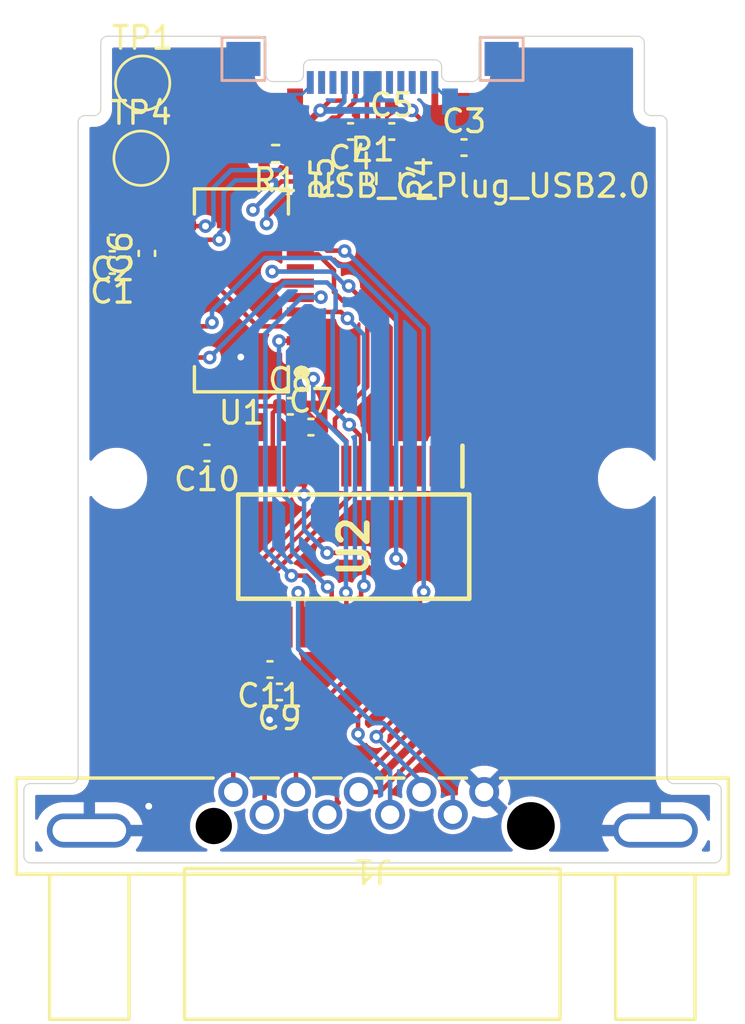
<source format=kicad_pcb>
(kicad_pcb (version 20240108) (generator "pcbnew") (generator_version "8.0")
  (layers (0 "F.Cu" signal) (31 "B.Cu" signal) (34 "B.Paste" user) (35 "F.Paste" user) (36 "B.SilkS" user "B.Silkscreen") (37 "F.SilkS" user "F.Silkscreen") (38 "B.Mask" user) (39 "F.Mask" user) (44 "Edge.Cuts" user))
  (net 0 "")
  (net 1 "Earth")
  (net 2 "VCC")
  (net 3 "/D+")
  (net 4 "/D-")
  (net 5 "3V3OUT")
  (net 6 "Net-(U2-V-)")
  (net 7 "Net-(U2-C1+)")
  (net 8 "Net-(U2-C1-)")
  (net 9 "Net-(U2-C2+)")
  (net 10 "Net-(U2-C2-)")
  (net 11 "SLEEP#")
  (net 12 "USB_~{DSR}")
  (net 13 "CTS")
  (net 14 "USB_~{CTS}")
  (net 15 "USB_~{DTR}")
  (net 16 "DTR")
  (net 17 "USB_~{RI}")
  (net 18 "USB_RXD")
  (net 19 "USB_~{RTS}")
  (net 20 "USB_~{DCD}")
  (net 21 "RTS")
  (net 22 "DSR")
  (net 23 "USB_TXD")
  (net 24 "DCD")
  (net 26 "RXD")
  (net 27 "RI")
  (net 29 "TXD")
  (net 30 "Net-(P1-CC)")
  (footprint "DB9 RS232 Adapter:SOP65P780X200-28N" (layer "F.Cu") (at 231.81 94.72 -90)
    (property "Reference" "U2" (at 0 0 90) (layer "F.SilkS") (effects (font (size 1.27 1.27) (thickness 0.254))))
    (property "Value" "SP213ECA-L_TR" (hide yes))
    (pad "1" smd rect (at -3.55 -4.225) (size 0.45 1.8) (layers "F.Cu" "F.Paste" "F.Mask") (net 21 "RTS"))
    (pad "2" smd rect (at -3.55 -3.575) (size 0.45 1.8) (layers "F.Cu" "F.Paste" "F.Mask") (net 29 "TXD"))
    (pad "3" smd rect (at -3.55 -2.925) (size 0.45 1.8) (layers "F.Cu" "F.Paste" "F.Mask"))
    (pad "4" smd rect (at -3.55 -2.275) (size 0.45 1.8) (layers "F.Cu" "F.Paste" "F.Mask") (net 22 "DSR"))
    (pad "5" smd rect (at -3.55 -1.625) (size 0.45 1.8) (layers "F.Cu" "F.Paste" "F.Mask") (net 12 "USB_~{DSR}"))
    (pad "6" smd rect (at -3.55 -0.975) (size 0.45 1.8) (layers "F.Cu" "F.Paste" "F.Mask"))
    (pad "7" smd rect (at -3.55 -0.325) (size 0.45 1.8) (layers "F.Cu" "F.Paste" "F.Mask") (net 23 "USB_TXD"))
    (pad "8" smd rect (at -3.55 0.325) (size 0.45 1.8) (layers "F.Cu" "F.Paste" "F.Mask") (net 20 "USB_~{DCD}"))
    (pad "9" smd rect (at -3.55 0.975) (size 0.45 1.8) (layers "F.Cu" "F.Paste" "F.Mask") (net 24 "DCD"))
    (pad "10" smd rect (at -3.55 1.625) (size 0.45 1.8) (layers "F.Cu" "F.Paste" "F.Mask") (net 1 "Earth"))
    (pad "11" smd rect (at -3.55 2.275) (size 0.45 1.8) (layers "F.Cu" "F.Paste" "F.Mask") (net 2 "VCC"))
    (pad "12" smd rect (at -3.55 2.925) (size 0.45 1.8) (layers "F.Cu" "F.Paste" "F.Mask") (net 7 "Net-(U2-C1+)"))
    (pad "13" smd rect (at -3.55 3.575) (size 0.45 1.8) (layers "F.Cu" "F.Paste" "F.Mask") (net 2 "VCC"))
    (pad "14" smd rect (at -3.55 4.225) (size 0.45 1.8) (layers "F.Cu" "F.Paste" "F.Mask") (net 8 "Net-(U2-C1-)"))
    (pad "15" smd rect (at 3.55 4.225) (size 0.45 1.8) (layers "F.Cu" "F.Paste" "F.Mask") (net 9 "Net-(U2-C2+)"))
    (pad "16" smd rect (at 3.55 3.575) (size 0.45 1.8) (layers "F.Cu" "F.Paste" "F.Mask") (net 10 "Net-(U2-C2-)"))
    (pad "17" smd rect (at 3.55 2.925) (size 0.45 1.8) (layers "F.Cu" "F.Paste" "F.Mask") (net 6 "Net-(U2-V-)"))
    (pad "18" smd rect (at 3.55 2.275) (size 0.45 1.8) (layers "F.Cu" "F.Paste" "F.Mask") (net 27 "RI"))
    (pad "19" smd rect (at 3.55 1.625) (size 0.45 1.8) (layers "F.Cu" "F.Paste" "F.Mask") (net 17 "USB_~{RI}"))
    (pad "20" smd rect (at 3.55 0.975) (size 0.45 1.8) (layers "F.Cu" "F.Paste" "F.Mask") (net 19 "USB_~{RTS}"))
    (pad "21" smd rect (at 3.55 0.325) (size 0.45 1.8) (layers "F.Cu" "F.Paste" "F.Mask") (net 15 "USB_~{DTR}"))
    (pad "22" smd rect (at 3.55 -0.325) (size 0.45 1.8) (layers "F.Cu" "F.Paste" "F.Mask") (net 18 "USB_RXD"))
    (pad "23" smd rect (at 3.55 -0.975) (size 0.45 1.8) (layers "F.Cu" "F.Paste" "F.Mask") (net 26 "RXD"))
    (pad "24" smd rect (at 3.55 -1.625) (size 0.45 1.8) (layers "F.Cu" "F.Paste" "F.Mask") (net 2 "VCC"))
    (pad "25" smd rect (at 3.55 -2.275) (size 0.45 1.8) (layers "F.Cu" "F.Paste" "F.Mask") (net 11 "SLEEP#"))
    (pad "26" smd rect (at 3.55 -2.925) (size 0.45 1.8) (layers "F.Cu" "F.Paste" "F.Mask") (net 14 "USB_~{CTS}"))
    (pad "27" smd rect (at 3.55 -3.575) (size 0.45 1.8) (layers "F.Cu" "F.Paste" "F.Mask") (net 13 "CTS"))
    (pad "28" smd rect (at 3.55 -4.225) (size 0.45 1.8) (layers "F.Cu" "F.Paste" "F.Mask") (net 16 "DTR"))
  )
  (footprint "Capacitor_SMD:C_0402_1005Metric" (layer "F.Cu") (at 222.6775 81.788 90)
    (property "Reference" "C6" (at 0 -1.16 -90) (layer "F.SilkS"))
    (property "Value" "100nF")
    (pad "1" smd roundrect (at -0.48 0 90) (size 0.56 0.62) (layers "F.Cu" "F.Paste" "F.Mask") (net 5 "3V3OUT"))
    (pad "2" smd roundrect (at 0.48 0 90) (size 0.56 0.62) (layers "F.Cu" "F.Paste" "F.Mask") (net 1 "Earth"))
  )
  (footprint "Capacitor_SMD:C_0402_1005Metric" (layer "F.Cu") (at 231.67 76.41 180)
    (property "Reference" "C4" (at 0 -1.16 180) (layer "F.SilkS"))
    (property "Value" "47pF")
    (pad "1" smd roundrect (at -0.48 0 180) (size 0.56 0.62) (layers "F.Cu" "F.Paste" "F.Mask") (net 3 "/D+"))
    (pad "2" smd roundrect (at 0.48 0 180) (size 0.56 0.62) (layers "F.Cu" "F.Paste" "F.Mask") (net 1 "Earth"))
  )
  (footprint "Capacitor_SMD:C_0402_1005Metric" (layer "F.Cu") (at 229.92 89.45)
    (property "Reference" "C7" (at 0 -1.16 0) (layer "F.SilkS"))
    (property "Value" "100nF")
    (pad "1" smd roundrect (at -0.48 0) (size 0.56 0.62) (layers "F.Cu" "F.Paste" "F.Mask") (net 2 "VCC"))
    (pad "2" smd roundrect (at 0.48 0) (size 0.56 0.62) (layers "F.Cu" "F.Paste" "F.Mask") (net 1 "Earth"))
  )
  (footprint "MountingHole:MountingHole_2.2mm_M2" (layer "F.Cu") (at 243.94 91.71)
    (property "Reference" "H2" (hide yes))
    (property "Value" "MountingHole")
    (pad "" np_thru_hole circle (at 0 0) (size 2.2 2.2) (drill 2.2) (layers "F&B.Cu" "*.Mask"))
  )
  (footprint "TestPoint:TestPoint_Pad_D2.0mm" (layer "F.Cu") (at 222.42 77.59)
    (property "Reference" "TP4" (at 0 -1.998 0) (layer "F.SilkS"))
    (property "Value" "TestPoint")
    (pad "1" smd circle (at 0 0) (size 2 2) (layers "F.Cu" "F.Paste" "F.Mask") (net 1 "Earth"))
  )
  (footprint "Resistor_SMD:R_0603_1608Metric" (layer "F.Cu") (at 233.33 78.49 -90)
    (property "Reference" "R4" (at 0 -1.43 -90) (layer "F.SilkS"))
    (property "Value" "27R")
    (pad "1" smd roundrect (at -0.825 0 270) (size 0.8 0.95) (layers "F.Cu" "F.Paste" "F.Mask") (net 4 "/D-"))
    (pad "2" smd roundrect (at 0.825 0 270) (size 0.8 0.95) (layers "F.Cu" "F.Paste" "F.Mask") (net 4 "/D-"))
  )
  (footprint "Capacitor_SMD:C_0402_1005Metric" (layer "F.Cu") (at 233.49 76.41)
    (property "Reference" "C5" (at 0 -1.16 0) (layer "F.SilkS"))
    (property "Value" "47pF")
    (pad "1" smd roundrect (at -0.48 0) (size 0.56 0.62) (layers "F.Cu" "F.Paste" "F.Mask") (net 4 "/D-"))
    (pad "2" smd roundrect (at 0.48 0) (size 0.56 0.62) (layers "F.Cu" "F.Paste" "F.Mask") (net 1 "Earth"))
  )
  (footprint "Capacitor_SMD:C_0402_1005Metric" (layer "F.Cu") (at 229.01 88.53)
    (property "Reference" "C8" (at 0 -1.16 0) (layer "F.SilkS"))
    (property "Value" "100nF")
    (pad "1" smd roundrect (at -0.48 0) (size 0.56 0.62) (layers "F.Cu" "F.Paste" "F.Mask") (net 2 "VCC"))
    (pad "2" smd roundrect (at 0.48 0) (size 0.56 0.62) (layers "F.Cu" "F.Paste" "F.Mask") (net 1 "Earth"))
  )
  (footprint "Capacitor_SMD:C_0402_1005Metric" (layer "F.Cu") (at 228.53 101.13 180)
    (property "Reference" "C9" (at 0 -1.16 180) (layer "F.SilkS"))
    (property "Value" "100nF, 16v")
    (pad "1" smd roundrect (at -0.48 0 180) (size 0.56 0.62) (layers "F.Cu" "F.Paste" "F.Mask") (net 6 "Net-(U2-V-)"))
    (pad "2" smd roundrect (at 0.48 0 180) (size 0.56 0.62) (layers "F.Cu" "F.Paste" "F.Mask") (net 1 "Earth"))
  )
  (footprint "Resistor_SMD:R_0603_1608Metric" (layer "F.Cu") (at 231.85 78.49 90)
    (property "Reference" "R5" (at 0 -1.43 90) (layer "F.SilkS"))
    (property "Value" "27R")
    (pad "1" smd roundrect (at -0.825 0 90) (size 0.8 0.95) (layers "F.Cu" "F.Paste" "F.Mask") (net 3 "/D+"))
    (pad "2" smd roundrect (at 0.825 0 90) (size 0.8 0.95) (layers "F.Cu" "F.Paste" "F.Mask") (net 3 "/D+"))
  )
  (footprint "Capacitor_SMD:C_0402_1005Metric" (layer "F.Cu") (at 228.11 100.14 180)
    (property "Reference" "C11" (at 0 -1.16 180) (layer "F.SilkS"))
    (property "Value" "100nF, 16v")
    (pad "1" smd roundrect (at -0.48 0 180) (size 0.56 0.62) (layers "F.Cu" "F.Paste" "F.Mask") (net 10 "Net-(U2-C2-)"))
    (pad "2" smd roundrect (at 0.48 0 180) (size 0.56 0.62) (layers "F.Cu" "F.Paste" "F.Mask") (net 9 "Net-(U2-C2+)"))
  )
  (footprint "TestPoint:TestPoint_Pad_1.5x1.5mm" (layer "F.Cu") (at 238.34 73.21)
    (property "Reference" "TP3" (hide yes))
    (property "Value" "TestPoint")
    (pad "1" smd rect (at 0 0) (size 1.5 1.5) (layers "F.Cu" "F.Mask") (net 1 "Earth"))
  )
  (footprint "TestPoint:TestPoint_Pad_1.5x1.5mm" (layer "F.Cu") (at 226.94 73.21)
    (property "Reference" "TP1" (hide yes))
    (property "Value" "TestPoint")
    (pad "1" smd rect (at 0 0) (size 1.5 1.5) (layers "F.Cu" "F.Mask") (net 1 "Earth"))
  )
  (footprint "Resistor_SMD:R_0402_1005Metric" (layer "F.Cu") (at 228.36 77.39 180)
    (property "Reference" "R1" (at 0 -1.17 180) (layer "F.SilkS"))
    (property "Value" "5.1k")
    (pad "1" smd roundrect (at -0.51 0 180) (size 0.54 0.64) (layers "F.Cu" "F.Paste" "F.Mask") (net 30 "Net-(P1-CC)"))
    (pad "2" smd roundrect (at 0.51 0 180) (size 0.54 0.64) (layers "F.Cu" "F.Paste" "F.Mask") (net 1 "Earth"))
  )
  (footprint "DB9 RS232 Adapter:USB_C_Plug_Molex_105444" (layer "F.Cu") (at 232.64 74.21)
    (property "Reference" "P1" (at 0 3 0) (layer "F.SilkS"))
    (property "Value" "USB_C_Plug_USB2.0" (at 4.75 4.6 0) (layer "F.SilkS"))
    (fp_line (start -3.35 0) (end -4.3 0) (stroke (width 0.05)) (layer "Edge.Cuts"))
    (fp_line (start -3.05 -0.66) (end -3.05 -0.3) (stroke (width 0.05)) (layer "Edge.Cuts"))
    (fp_line (start -2.75 -0.96) (end 2.75 -0.96) (stroke (width 0.05)) (layer "Edge.Cuts"))
    (fp_line (start 3.05 -0.66) (end 3.05 -0.3) (stroke (width 0.05)) (layer "Edge.Cuts"))
    (fp_line (start 3.35 0) (end 4.3 0) (stroke (width 0.05)) (layer "Edge.Cuts"))
    (fp_arc (start -3.05 -0.66) (mid -2.962132 -0.872132) (end -2.75 -0.96) (stroke (width 0.05)) (layer "Edge.Cuts"))
    (fp_arc (start -3.05 -0.3) (mid -3.137868 -0.087868) (end -3.35 0) (stroke (width 0.05)) (layer "Edge.Cuts"))
    (fp_arc (start 2.75 -0.96) (mid 2.962132 -0.872132) (end 3.05 -0.66) (stroke (width 0.05)) (layer "Edge.Cuts"))
    (fp_arc (start 3.35 0) (mid 3.137868 -0.087868) (end 3.05 -0.3) (stroke (width 0.05)) (layer "Edge.Cuts"))
    (pad "A1" smd rect (at -2.75 0.04) (size 0.3 1) (layers "F.Cu" "F.Paste" "F.Mask") (net 1 "Earth"))
    (pad "A2" smd rect (at -2.25 0.04) (size 0.3 1) (layers "F.Cu" "F.Paste" "F.Mask"))
    (pad "A3" smd rect (at -1.75 0.04) (size 0.3 1) (layers "F.Cu" "F.Paste" "F.Mask"))
    (pad "A4" smd rect (at -1.25 0.04) (size 0.3 1) (layers "F.Cu" "F.Paste" "F.Mask") (net 2 "VCC"))
    (pad "A5" smd rect (at -0.75 0.04) (size 0.3 1) (layers "F.Cu" "F.Paste" "F.Mask") (net 30 "Net-(P1-CC)"))
    (pad "A6" smd rect (at -0.25 0.04) (size 0.3 1) (layers "F.Cu" "F.Paste" "F.Mask") (net 3 "/D+"))
    (pad "A7" smd rect (at 0.25 0.04) (size 0.3 1) (layers "F.Cu" "F.Paste" "F.Mask") (net 4 "/D-"))
    (pad "A8" smd rect (at 0.75 0.04) (size 0.3 1) (layers "F.Cu" "F.Paste" "F.Mask"))
    (pad "A9" smd rect (at 1.25 0.04) (size 0.3 1) (layers "F.Cu" "F.Paste" "F.Mask") (net 2 "VCC"))
    (pad "A10" smd rect (at 1.75 0.04) (size 0.3 1) (layers "F.Cu" "F.Paste" "F.Mask"))
    (pad "A11" smd rect (at 2.25 0.04) (size 0.3 1) (layers "F.Cu" "F.Paste" "F.Mask"))
    (pad "A12" smd rect (at 2.75 0.04) (size 0.3 1) (layers "F.Cu" "F.Paste" "F.Mask") (net 1 "Earth"))
    (pad "B1" smd rect (at 2.75 0.04) (size 0.3 1) (layers "B.Cu" "B.Paste" "B.Mask") (net 1 "Earth"))
    (pad "B2" smd rect (at 2.25 0.04) (size 0.3 1) (layers "B.Cu" "B.Paste" "B.Mask"))
    (pad "B3" smd rect (at 1.75 0.04) (size 0.3 1) (layers "B.Cu" "B.Paste" "B.Mask"))
    (pad "B4" smd rect (at 1.25 0.04) (size 0.3 1) (layers "B.Cu" "B.Paste" "B.Mask") (net 2 "VCC"))
    (pad "B5" smd rect (at 0.75 0.04) (size 0.3 1) (layers "B.Cu" "B.Paste" "B.Mask"))
    (pad "B8" smd rect (at -0.75 0.04) (size 0.3 1) (layers "B.Cu" "B.Paste" "B.Mask"))
    (pad "B9" smd rect (at -1.25 0.04) (size 0.3 1) (layers "B.Cu" "B.Paste" "B.Mask") (net 2 "VCC"))
    (pad "B10" smd rect (at -1.75 0.04) (size 0.3 1) (layers "B.Cu" "B.Paste" "B.Mask"))
    (pad "B11" smd rect (at -2.25 0.04) (size 0.3 1) (layers "B.Cu" "B.Paste" "B.Mask"))
    (pad "B12" smd rect (at -2.75 0.04) (size 0.3 1) (layers "B.Cu" "B.Paste" "B.Mask") (net 1 "Earth"))
    (pad "S1" smd rect (at -3.42 0.88) (size 0.7 1.15) (layers "F.Cu" "F.Paste" "F.Mask") (net 1 "Earth"))
    (pad "S1" smd rect (at 3.42 0.88) (size 0.7 1.15) (layers "B.Cu" "B.Paste" "B.Mask") (net 1 "Earth"))
  )
  (footprint "DB9 RS232 Adapter:CONN9_K31X_KYC" (layer "F.Cu") (at 232.63 109.043 180)
    (property "Reference" "J1" (at 0 0 180) (layer "F.SilkS"))
    (property "Value" "DE9_Receptacle")
    (pad "" np_thru_hole circle (at -6.999992 2 180) (size 2.1082 2.1082) (drill 2.1082) (layers))
    (pad "" np_thru_hole circle (at 7.000008 2 180) (size 1.6002 1.6002) (drill 1.6002) (layers))
    (pad "1" thru_hole circle (at 6.139999 3.500001 180) (size 1.3208 1.3208) (drill 0.8128) (layers "*.Cu" "*.Mask") (net 24 "DCD"))
    (pad "2" thru_hole circle (at 3.37 3.500001 180) (size 1.3208 1.3208) (drill 0.8128) (layers "*.Cu" "*.Mask") (net 26 "RXD"))
    (pad "3" thru_hole circle (at 0.6 3.500001 180) (size 1.3208 1.3208) (drill 0.8128) (layers "*.Cu" "*.Mask") (net 29 "TXD"))
    (pad "4" thru_hole circle (at -2.17 3.500001 180) (size 1.3208 1.3208) (drill 0.8128) (layers "*.Cu" "*.Mask") (net 16 "DTR"))
    (pad "5" thru_hole circle (at -4.939999 3.500001 180) (size 1.3208 1.3208) (drill 0.8128) (layers "*.Cu" "*.Mask") (net 1 "Earth"))
    (pad "6" thru_hole circle (at 4.754998 2.5 180) (size 1.3208 1.3208) (drill 0.8128) (layers "*.Cu" "*.Mask") (net 22 "DSR"))
    (pad "7" thru_hole circle (at 1.984999 2.5 180) (size 1.3208 1.3208) (drill 0.8128) (layers "*.Cu" "*.Mask") (net 21 "RTS"))
    (pad "8" thru_hole circle (at -0.785001 2.5 180) (size 1.3208 1.3208) (drill 0.8128) (layers "*.Cu" "*.Mask") (net 13 "CTS"))
    (pad "9" thru_hole circle (at -3.555001 2.5 180) (size 1.3208 1.3208) (drill 0.8128) (layers "*.Cu" "*.Mask") (net 27 "RI"))
    (pad "10" thru_hole oval (at -12.495 1.8 180) (size 3.75 1.5) (drill oval 3.25 1) (layers "*.Cu" "*.Mask") (net 1 "Earth"))
    (pad "11" thru_hole oval (at 12.495 1.8 180) (size 3.75 1.5) (drill oval 3.25 1) (layers "*.Cu" "*.Mask") (net 1 "Earth"))
  )
  (footprint "Capacitor_SMD:C_0402_1005Metric" (layer "F.Cu") (at 225.33 90.59 180)
    (property "Reference" "C10" (at 0 -1.16 180) (layer "F.SilkS"))
    (property "Value" "100nF")
    (pad "1" smd roundrect (at -0.48 0 180) (size 0.56 0.62) (layers "F.Cu" "F.Paste" "F.Mask") (net 7 "Net-(U2-C1+)"))
    (pad "2" smd roundrect (at 0.48 0 180) (size 0.56 0.62) (layers "F.Cu" "F.Paste" "F.Mask") (net 8 "Net-(U2-C1-)"))
  )
  (footprint "Package_SO:SSOP-20_3.9x8.7mm_P0.635mm" (layer "F.Cu") (at 226.85 83.4175 180)
    (property "Reference" "U1" (at 0 -5.4 180) (layer "F.SilkS"))
    (property "Value" "FT231XS")
    (pad "1" smd rect (at -2.6 -2.8575 180) (size 1.2 0.4) (layers "F.Cu" "F.Paste" "F.Mask") (net 15 "USB_~{DTR}"))
    (pad "2" smd rect (at -2.6 -2.2225 180) (size 1.2 0.4) (layers "F.Cu" "F.Paste" "F.Mask") (net 19 "USB_~{RTS}"))
    (pad "3" smd rect (at -2.6 -1.5875 180) (size 1.2 0.4) (layers "F.Cu" "F.Paste" "F.Mask") (net 5 "3V3OUT"))
    (pad "4" smd rect (at -2.6 -0.9525 180) (size 1.2 0.4) (layers "F.Cu" "F.Paste" "F.Mask") (net 18 "USB_RXD"))
    (pad "5" smd rect (at -2.6 -0.3175 180) (size 1.2 0.4) (layers "F.Cu" "F.Paste" "F.Mask") (net 17 "USB_~{RI}"))
    (pad "6" smd rect (at -2.6 0.3175 180) (size 1.2 0.4) (layers "F.Cu" "F.Paste" "F.Mask") (net 1 "Earth"))
    (pad "7" smd rect (at -2.6 0.9525 180) (size 1.2 0.4) (layers "F.Cu" "F.Paste" "F.Mask") (net 12 "USB_~{DSR}"))
    (pad "8" smd rect (at -2.6 1.5875 180) (size 1.2 0.4) (layers "F.Cu" "F.Paste" "F.Mask") (net 20 "USB_~{DCD}"))
    (pad "9" smd rect (at -2.6 2.2225 180) (size 1.2 0.4) (layers "F.Cu" "F.Paste" "F.Mask") (net 14 "USB_~{CTS}"))
    (pad "10" smd rect (at -2.6 2.8575 180) (size 1.2 0.4) (layers "F.Cu" "F.Paste" "F.Mask"))
    (pad "11" smd rect (at 2.6 2.8575 180) (size 1.2 0.4) (layers "F.Cu" "F.Paste" "F.Mask") (net 3 "/D+"))
    (pad "12" smd rect (at 2.6 2.2225 180) (size 1.2 0.4) (layers "F.Cu" "F.Paste" "F.Mask") (net 4 "/D-"))
    (pad "13" smd rect (at 2.6 1.5875 180) (size 1.2 0.4) (layers "F.Cu" "F.Paste" "F.Mask") (net 5 "3V3OUT"))
    (pad "14" smd rect (at 2.6 0.9525 180) (size 1.2 0.4) (layers "F.Cu" "F.Paste" "F.Mask") (net 5 "3V3OUT"))
    (pad "15" smd rect (at 2.6 0.3175 180) (size 1.2 0.4) (layers "F.Cu" "F.Paste" "F.Mask") (net 2 "VCC"))
    (pad "16" smd rect (at 2.6 -0.3175 180) (size 1.2 0.4) (layers "F.Cu" "F.Paste" "F.Mask") (net 1 "Earth"))
    (pad "17" smd rect (at 2.6 -0.9525 180) (size 1.2 0.4) (layers "F.Cu" "F.Paste" "F.Mask"))
    (pad "18" smd rect (at 2.6 -1.5875 180) (size 1.2 0.4) (layers "F.Cu" "F.Paste" "F.Mask") (net 11 "SLEEP#"))
    (pad "19" smd rect (at 2.6 -2.2225 180) (size 1.2 0.4) (layers "F.Cu" "F.Paste" "F.Mask"))
    (pad "20" smd rect (at 2.6 -2.8575 180) (size 1.2 0.4) (layers "F.Cu" "F.Paste" "F.Mask") (net 23 "USB_TXD"))
  )
  (footprint "Capacitor_SMD:C_0402_1005Metric" (layer "F.Cu") (at 236.68 77.12)
    (property "Reference" "C3" (at 0 -1.16 0) (layer "F.SilkS"))
    (property "Value" "10nF")
    (pad "1" smd roundrect (at -0.48 0) (size 0.56 0.62) (layers "F.Cu" "F.Paste" "F.Mask") (net 2 "VCC"))
    (pad "2" smd roundrect (at 0.48 0) (size 0.56 0.62) (layers "F.Cu" "F.Paste" "F.Mask") (net 1 "Earth"))
  )
  (footprint "MountingHole:MountingHole_2.2mm_M2" (layer "F.Cu") (at 221.34 91.71)
    (property "Reference" "H1" (hide yes))
    (property "Value" "MountingHole")
    (pad "" np_thru_hole circle (at 0 0) (size 2.2 2.2) (drill 2.2) (layers "F&B.Cu" "*.Mask"))
  )
  (footprint "Capacitor_SMD:C_0402_1005Metric" (layer "F.Cu") (at 221.15 81.3305 180)
    (property "Reference" "C2" (at 0 -1.16 180) (layer "F.SilkS"))
    (property "Value" "4.7uF")
    (pad "1" smd roundrect (at -0.48 0 180) (size 0.56 0.62) (layers "F.Cu" "F.Paste" "F.Mask") (net 2 "VCC"))
    (pad "2" smd roundrect (at 0.48 0 180) (size 0.56 0.62) (layers "F.Cu" "F.Paste" "F.Mask") (net 1 "Earth"))
  )
  (footprint "MountingHole:MountingHole_2.2mm_M2" (layer "F.Cu") (at 221.34 91.71)
    (property "Reference" "H1" (hide yes))
    (property "Value" "MountingHole")
    (pad "" np_thru_hole circle (at 0 0) (size 2.2 2.2) (drill 2.2) (layers "F&B.Cu" "*.Mask"))
  )
  (footprint "Capacitor_SMD:C_0402_1005Metric" (layer "F.Cu") (at 221.15 82.3205 180)
    (property "Reference" "C1" (at 0 -1.16 180) (layer "F.SilkS"))
    (property "Value" "100nF")
    (pad "1" smd roundrect (at -0.48 0 180) (size 0.56 0.62) (layers "F.Cu" "F.Paste" "F.Mask") (net 2 "VCC"))
    (pad "2" smd roundrect (at 0.48 0 180) (size 0.56 0.62) (layers "F.Cu" "F.Paste" "F.Mask") (net 1 "Earth"))
  )
  (footprint "TestPoint:TestPoint_Pad_D2.0mm" (layer "F.Cu") (at 222.49 74.28)
    (property "Reference" "TP1" (at 0 -1.998 0) (layer "F.SilkS"))
    (property "Value" "TestPoint")
    (pad "1" smd circle (at 0 0) (size 2 2) (layers "F.Cu" "F.Paste" "F.Mask") (net 2 "VCC"))
  )
  (footprint "TestPoint:TestPoint_Pad_1.5x1.5mm" (layer "B.Cu") (at 238.34 73.21)
    (property "Reference" "TP4" (hide yes))
    (property "Value" "TestPoint")
    (pad "1" smd rect (at 0 0) (size 1.5 1.5) (layers "B.Cu" "B.Mask") (net 1 "Earth"))
  )
  (footprint "TestPoint:TestPoint_Pad_1.5x1.5mm" (layer "B.Cu") (at 226.94 73.21)
    (property "Reference" "TP2" (hide yes))
    (property "Value" "TestPoint")
    (pad "1" smd rect (at 0 0) (size 1.5 1.5) (layers "B.Cu" "B.Mask") (net 1 "Earth"))
  )
  (gr_arc (start 245.34 75.71) (mid 245.552132 75.797868) (end 245.64 76.01) (stroke (width 0.05)) (layer "Edge.Cuts"))
  (gr_arc (start 220.64 72.51) (mid 220.727868 72.297868) (end 220.94 72.21) (stroke (width 0.05)) (layer "Edge.Cuts"))
  (gr_arc (start 219.64 104.87) (mid 219.552132 105.082132) (end 219.34 105.17) (stroke (width 0.05)) (layer "Edge.Cuts"))
  (gr_line (start 236.94 74.21) (end 237.04 74.21) (stroke (width 0.05)) (layer "Edge.Cuts"))
  (gr_line (start 248.035 105.47) (end 248.035 108.370032) (stroke (width 0.05)) (layer "Edge.Cuts"))
  (gr_line (start 219.94 75.71) (end 220.34 75.71) (stroke (width 0.05)) (layer "Edge.Cuts"))
  (gr_arc (start 227.64 72.21) (mid 227.852132 72.297868) (end 227.94 72.51) (stroke (width 0.05)) (layer "Edge.Cuts"))
  (gr_arc (start 228.24 74.21) (mid 228.027868 74.122132) (end 227.94 73.91) (stroke (width 0.05)) (layer "Edge.Cuts"))
  (gr_line (start 227.94 73.91) (end 227.94 72.51) (stroke (width 0.05)) (layer "Edge.Cuts"))
  (gr_line (start 219.34 105.17) (end 217.545 105.17) (stroke (width 0.05)) (layer "Edge.Cuts"))
  (gr_arc (start 220.64 75.41) (mid 220.552132 75.622132) (end 220.34 75.71) (stroke (width 0.05)) (layer "Edge.Cuts"))
  (gr_arc (start 237.34 73.91) (mid 237.252132 74.122132) (end 237.04 74.21) (stroke (width 0.05)) (layer "Edge.Cuts"))
  (gr_line (start 227.64 72.21) (end 220.94 72.21) (stroke (width 0.05)) (layer "Edge.Cuts"))
  (gr_arc (start 245.94 105.17) (mid 245.727868 105.082132) (end 245.64 104.87) (stroke (width 0.05)) (layer "Edge.Cuts"))
  (gr_arc (start 244.34 72.21) (mid 244.552132 72.297868) (end 244.64 72.51) (stroke (width 0.05)) (layer "Edge.Cuts"))
  (gr_arc (start 248.035 108.370032) (mid 247.947121 108.582143) (end 247.735 108.670032) (stroke (width 0.05)) (layer "Edge.Cuts"))
  (gr_line (start 245.64 76.01) (end 245.64 104.87) (stroke (width 0.05)) (layer "Edge.Cuts"))
  (gr_line (start 220.64 75.41) (end 220.64 72.51) (stroke (width 0.05)) (layer "Edge.Cuts"))
  (gr_line (start 219.64 76.01) (end 219.64 104.87) (stroke (width 0.05)) (layer "Edge.Cuts"))
  (gr_line (start 244.64 75.41) (end 244.64 72.51) (stroke (width 0.05)) (layer "Edge.Cuts"))
  (gr_line (start 244.94 75.71) (end 245.34 75.71) (stroke (width 0.05)) (layer "Edge.Cuts"))
  (gr_arc (start 219.64 76.01) (mid 219.727868 75.797868) (end 219.94 75.71) (stroke (width 0.05)) (layer "Edge.Cuts"))
  (gr_arc (start 217.545 108.670032) (mid 217.332857 108.582166) (end 217.245 108.370032) (stroke (width 0.05)) (layer "Edge.Cuts"))
  (gr_arc (start 247.735 105.17) (mid 247.947132 105.257868) (end 248.035 105.47) (stroke (width 0.05)) (layer "Edge.Cuts"))
  (gr_arc (start 217.245 105.47) (mid 217.332868 105.257868) (end 217.545 105.17) (stroke (width 0.05)) (layer "Edge.Cuts"))
  (gr_arc (start 237.34 72.51) (mid 237.427868 72.297868) (end 237.64 72.21) (stroke (width 0.05)) (layer "Edge.Cuts"))
  (gr_line (start 247.735 105.17) (end 245.94 105.17) (stroke (width 0.05)) (layer "Edge.Cuts"))
  (gr_line (start 228.24 74.21) (end 228.34 74.21) (stroke (width 0.05)) (layer "Edge.Cuts"))
  (gr_arc (start 244.94 75.71) (mid 244.727868 75.622132) (end 244.64 75.41) (stroke (width 0.05)) (layer "Edge.Cuts"))
  (gr_line (start 237.64 72.21) (end 244.34 72.21) (stroke (width 0.05)) (layer "Edge.Cuts"))
  (gr_line (start 217.545 108.670032) (end 247.735 108.670032) (stroke (width 0.05)) (layer "Edge.Cuts"))
  (gr_line (start 217.245 105.47) (end 217.245 108.370032) (stroke (width 0.05)) (layer "Edge.Cuts"))
  (gr_line (start 237.34 73.91) (end 237.34 72.51) (stroke (width 0.05)) (layer "Edge.Cuts"))
  (segment (start 229.49 88.53) (end 229.49 88.54) (width 0.2) (layer "F.Cu") (net 1))
  (segment (start 222.6775 81.308) (end 222.987499 81.308) (width 0.2) (layer "F.Cu") (net 1))
  (segment (start 222.987499 81.308) (end 223.266 81.029499) (width 0.2) (layer "F.Cu") (net 1))
  (segment (start 229.22 75.09) (end 229.22 75.076909) (width 0.127) (layer "F.Cu") (net 1))
  (segment (start 223.266 81.029499) (end 223.266 80.264) (width 0.2) (layer "F.Cu") (net 1))
  (segment (start 230.185 91.17) (end 230.185 89.665) (width 0.2) (layer "F.Cu") (net 1))
  (segment (start 229.22 75.076909) (end 229.968455 74.328454) (width 0.127) (layer "F.Cu") (net 1))
  (segment (start 230.185 89.665) (end 230.4 89.45) (width 0.2) (layer "F.Cu") (net 1))
  (segment (start 229.49 88.54) (end 230.4 89.45) (width 0.2) (layer "F.Cu") (net 1))
  (via (at 228.092 102.362) (size 0.6) (drill 0.3) (layers "F.Cu" "B.Cu") (net 1))
  (via (at 222.758 106.172) (size 0.6) (drill 0.3) (layers "F.Cu" "B.Cu") (net 1))
  (via (at 226.822 86.36) (size 0.6) (drill 0.3) (layers "F.Cu" "B.Cu") (net 1))
  (segment (start 226.94 73.21) (end 226.94 74.087) (width 0.127) (layer "B.Cu") (net 1))
  (segment (start 236.06 75.076909) (end 235.311545 74.328454) (width 0.127) (layer "B.Cu") (net 1))
  (segment (start 226.94 74.087) (end 227.6265 74.7735) (width 0.127) (layer "B.Cu") (net 1))
  (segment (start 236.06 75.09) (end 236.06 75.076909) (width 0.127) (layer "B.Cu") (net 1))
  (segment (start 229.523409 74.7735) (end 229.968455 74.328454) (width 0.127) (layer "B.Cu") (net 1))
  (segment (start 227.6265 74.7735) (end 229.523409 74.7735) (width 0.127) (layer "B.Cu") (net 1))
  (segment (start 231.34 75.05) (end 230.76 75.05) (width 0.2) (layer "F.Cu") (net 2))
  (segment (start 233.89 75) (end 236.01 77.12) (width 0.2) (layer "F.Cu") (net 2))
  (segment (start 232.399769 94.996) (end 230.632 94.996) (width 0.2) (layer "F.Cu") (net 2))
  (segment (start 231.39 75) (end 231.34 75.05) (width 0.2) (layer "F.Cu") (net 2))
  (segment (start 223.72 75.51) (end 223.72 79.2405) (width 0.2) (layer "F.Cu") (net 2))
  (segment (start 224.928 88.53) (end 228.53 88.53) (width 0.2) (layer "F.Cu") (net 2))
  (segment (start 222.4095 83.1) (end 221.63 82.3205) (width 0.2) (layer "F.Cu") (net 2))
  (segment (start 222.49 74.28) (end 223.72 75.51) (width 0.2) (layer "F.Cu") (net 2))
  (segment (start 230.76 75.05) (end 230.33 75.48) (width 0.2) (layer "F.Cu") (net 2))
  (segment (start 223.45 83.1) (end 223.35 83.2) (width 0.2) (layer "F.Cu") (net 2))
  (segment (start 229.535 89.545) (end 229.44 89.45) (width 0.2) (layer "F.Cu") (net 2))
  (segment (start 233.89 74.25) (end 233.89 75) (width 0.2) (layer "F.Cu") (net 2))
  (segment (start 231.39 74.25) (end 231.39 75) (width 0.2) (layer "F.Cu") (net 2))
  (segment (start 229.616 92.456) (end 229.616 91.251) (width 0.2) (layer "F.Cu") (net 2))
  (segment (start 233.435 98.27) (end 233.435 96.031231) (width 0.2) (layer "F.Cu") (net 2))
  (segment (start 229.616 91.251) (end 229.535 91.17) (width 0.2) (layer "F.Cu") (net 2))
  (segment (start 221.63 81.3305) (end 221.63 82.3205) (width 0.2) (layer "F.Cu") (net 2))
  (segment (start 233.435 96.031231) (end 232.399769 94.996) (width 0.2) (layer "F.Cu") (net 2))
  (segment (start 236.01 77.12) (end 236.2 77.12) (width 0.2) (layer "F.Cu") (net 2))
  (segment (start 223.35 83.2) (end 223.35 86.952) (width 0.2) (layer "F.Cu") (net 2))
  (segment (start 224.25 83.1) (end 222.4095 83.1) (width 0.2) (layer "F.Cu") (net 2))
  (segment (start 223.35 86.952) (end 224.928 88.53) (width 0.2) (layer "F.Cu") (net 2))
  (segment (start 229.795 76.015) (end 223.775 76.015) (width 0.3) (layer "F.Cu") (net 2))
  (segment (start 224.25 83.1) (end 223.45 83.1) (width 0.2) (layer "F.Cu") (net 2))
  (segment (start 230.33 75.48) (end 229.795 76.015) (width 0.3) (layer "F.Cu") (net 2))
  (segment (start 228.235 91.17) (end 228.235 88.825) (width 0.2) (layer "F.Cu") (net 2))
  (segment (start 229.44 89.44) (end 228.53 88.53) (width 0.2) (layer "F.Cu") (net 2))
  (segment (start 223.72 79.2405) (end 221.63 81.3305) (width 0.2) (layer "F.Cu") (net 2))
  (segment (start 228.235 88.825) (end 228.53 88.53) (width 0.2) (layer "F.Cu") (net 2))
  (segment (start 229.535 91.17) (end 229.535 89.545) (width 0.2) (layer "F.Cu") (net 2))
  (segment (start 229.44 89.45) (end 229.44 89.44) (width 0.2) (layer "F.Cu") (net 2))
  (via (at 230.632 94.996) (size 0.6) (drill 0.3) (layers "F.Cu" "B.Cu") (net 2))
  (via (at 230.33 75.48) (size 0.6) (drill 0.3) (layers "F.Cu" "B.Cu") (net 2))
  (via (at 229.616 92.456) (size 0.6) (drill 0.3) (layers "F.Cu" "B.Cu") (net 2))
  (via (at 234.375 75.485) (size 0.6) (drill 0.3) (layers "F.Cu" "B.Cu") (net 2))
  (segment (start 231.39 75.1) (end 231.39 74.25) (width 0.2) (layer "B.Cu") (net 2))
  (segment (start 234.375 75.485) (end 233.89 75) (width 0.2) (layer "B.Cu") (net 2))
  (segment (start 230.33 75.48) (end 231.01 75.48) (width 0.2) (layer "B.Cu") (net 2))
  (segment (start 233.89 75) (end 233.89 74.25) (width 0.2) (layer "B.Cu") (net 2))
  (segment (start 230.33 75.48) (end 234.37 75.48) (width 0.3) (layer "B.Cu") (net 2))
  (segment (start 234.37 75.48) (end 234.375 75.485) (width 0.3) (layer "B.Cu") (net 2))
  (segment (start 229.616 93.98) (end 229.616 92.456) (width 0.2) (layer "B.Cu") (net 2))
  (segment (start 230.632 94.996) (end 229.616 93.98) (width 0.2) (layer "B.Cu") (net 2))
  (segment (start 231.01 75.48) (end 231.39 75.1) (width 0.2) (layer "B.Cu") (net 2))
  (segment (start 231.85 76.952499) (end 232.365 76.437499) (width 0.2) (layer "F.Cu") (net 3))
  (segment (start 232.39 76.17) (end 232.15 76.41) (width 0.2) (layer "F.Cu") (net 3))
  (segment (start 228.8332 79.315) (end 228.0991 80.0491) (width 0.2) (layer "F.Cu") (net 3))
  (segment (start 231.85 79.315) (end 228.8332 79.315) (width 0.2) (layer "F.Cu") (net 3))
  (segment (start 232.365 76.437499) (end 232.365 76.325496) (width 0.2) (layer "F.Cu") (net 3))
  (segment (start 224.274455 80.584455) (end 224.25 80.56) (width 0.2) (layer "F.Cu") (net 3))
  (segment (start 232.39 74.25) (end 232.39 76.17) (width 0.2) (layer "F.Cu") (net 3))
  (segment (start 231.85 77.665) (end 231.85 76.952499) (width 0.2) (layer "F.Cu") (net 3))
  (segment (start 228.0991 80.0491) (end 228.099099 80.0491) (width 0.2) (layer "F.Cu") (net 3))
  (segment (start 225.263628 80.584455) (end 224.274455 80.584455) (width 0.2) (layer "F.Cu") (net 3))
  (segment (start 228.099099 80.0491) (end 227.960521 80.187678) (width 0.2) (layer "F.Cu") (net 3))
  (segment (start 227.960521 80.187678) (end 227.960521 80.470521) (width 0.2) (layer "F.Cu") (net 3))
  (via (at 227.960521 80.470521) (size 0.6) (drill 0.3) (layers "F.Cu" "B.Cu") (net 3))
  (via (at 225.263628 80.584455) (size 0.6) (drill 0.3) (layers "F.Cu" "B.Cu") (net 3))
  (segment (start 228.525355 79.34) (end 228.525357 79.34) (width 0.2) (layer "B.Cu") (net 3))
  (segment (start 228.525357 79.34) (end 228.825 79.040357) (width 0.2) (layer "B.Cu") (net 3))
  (segment (start 225.615 78.8968) (end 225.615 80.515926) (width 0.2) (layer "B.Cu") (net 3))
  (segment (start 227.960521 80.470521) (end 227.960521 79.904834) (width 0.2) (layer "B.Cu") (net 3))
  (segment (start 226.3968 78.115) (end 225.615 78.8968) (width 0.2) (layer "B.Cu") (net 3))
  (segment (start 228.5432 78.115) (end 226.3968 78.115) (width 0.2) (layer "B.Cu") (net 3))
  (segment (start 228.825 78.3968) (end 228.5432 78.115) (width 0.2) (layer "B.Cu") (net 3))
  (segment (start 225.546471 80.584455) (end 225.263628 80.584455) (width 0.2) (layer "B.Cu") (net 3))
  (segment (start 225.615 80.515926) (end 225.546471 80.584455) (width 0.2) (layer "B.Cu") (net 3))
  (segment (start 227.960521 79.904834) (end 228.525355 79.34) (width 0.2) (layer "B.Cu") (net 3))
  (segment (start 228.825 79.040357) (end 228.825 78.3968) (width 0.2) (layer "B.Cu") (net 3))
  (segment (start 224.25 81.195) (end 224.259503 81.185497) (width 0.2) (layer "F.Cu") (net 4))
  (segment (start 232.815 76.437499) (end 232.815 76.325496) (width 0.2) (layer "F.Cu") (net 4))
  (segment (start 232.89 76.29) (end 232.89 74.25) (width 0.2) (layer "F.Cu") (net 4))
  (segment (start 232.63 78.615) (end 228.613958 78.615) (width 0.2) (layer "F.Cu") (net 4))
  (segment (start 224.259503 81.185497) (end 225.86467 81.185497) (width 0.2) (layer "F.Cu") (net 4))
  (segment (start 228.613958 78.615) (end 227.359479 79.869479) (width 0.2) (layer "F.Cu") (net 4))
  (segment (start 233.01 76.41) (end 232.89 76.29) (width 0.2) (layer "F.Cu") (net 4))
  (segment (start 233.33 76.952499) (end 232.815 76.437499) (width 0.2) (layer "F.Cu") (net 4))
  (segment (start 233.33 77.665) (end 233.33 76.952499) (width 0.2) (layer "F.Cu") (net 4))
  (segment (start 233.33 79.315) (end 232.63 78.615) (width 0.2) (layer "F.Cu") (net 4))
  (via (at 227.359479 79.869479) (size 0.6) (drill 0.3) (layers "F.Cu" "B.Cu") (net 4))
  (via (at 225.86467 81.185497) (size 0.6) (drill 0.3) (layers "F.Cu" "B.Cu") (net 4))
  (segment (start 225.86467 80.902654) (end 225.86467 81.185497) (width 0.2) (layer "B.Cu") (net 4))
  (segment (start 228.3568 78.565) (end 226.5832 78.565) (width 0.2) (layer "B.Cu") (net 4))
  (segment (start 226.5832 78.565) (end 226.065 79.0832) (width 0.2) (layer "B.Cu") (net 4))
  (segment (start 228.338958 78.89) (end 228.338958 78.889999) (width 0.2) (layer "B.Cu") (net 4))
  (segment (start 228.338958 78.889999) (end 228.375 78.853957) (width 0.2) (layer "B.Cu") (net 4))
  (segment (start 228.375 78.5832) (end 228.3568 78.565) (width 0.2) (layer "B.Cu") (net 4))
  (segment (start 226.065 80.702324) (end 225.86467 80.902654) (width 0.2) (layer "B.Cu") (net 4))
  (segment (start 226.065 79.0832) (end 226.065 80.702324) (width 0.2) (layer "B.Cu") (net 4))
  (segment (start 228.375 78.853957) (end 228.375 78.5832) (width 0.2) (layer "B.Cu") (net 4))
  (segment (start 227.359479 79.869479) (end 228.338958 78.89) (width 0.2) (layer "B.Cu") (net 4))
  (segment (start 222.8745 82.465) (end 222.6775 82.268) (width 0.2) (layer "F.Cu") (net 5))
  (segment (start 229.45 85.005) (end 227.555 85.005) (width 0.2) (layer "F.Cu") (net 5))
  (segment (start 227.555 85.005) (end 225.015 82.465) (width 0.2) (layer "F.Cu") (net 5))
  (segment (start 225.015 82.465) (end 224.25 82.465) (width 0.2) (layer "F.Cu") (net 5))
  (segment (start 224.25 82.465) (end 222.8745 82.465) (width 0.2) (layer "F.Cu") (net 5))
  (segment (start 224.25 81.83) (end 224.25 82.465) (width 0.2) (layer "F.Cu") (net 5))
  (segment (start 229.17 99.67) (end 229.17 100.97) (width 0.2) (layer "F.Cu") (net 6))
  (segment (start 228.885 99.385) (end 229.17 99.67) (width 0.2) (layer "F.Cu") (net 6))
  (segment (start 228.885 98.27) (end 228.885 99.385) (width 0.2) (layer "F.Cu") (net 6))
  (segment (start 229.17 100.97) (end 229.01 101.13) (width 0.2) (layer "F.Cu") (net 6))
  (segment (start 228.885 91.17) (end 228.885 92.27) (width 0.2) (layer "F.Cu") (net 7))
  (segment (start 227.29 92.43) (end 225.81 90.95) (width 0.2) (layer "F.Cu") (net 7))
  (segment (start 228.885 92.27) (end 228.725 92.43) (width 0.2) (layer "F.Cu") (net 7))
  (segment (start 228.725 92.43) (end 227.29 92.43) (width 0.2) (layer "F.Cu") (net 7))
  (segment (start 225.81 90.95) (end 225.81 90.59) (width 0.2) (layer "F.Cu") (net 7))
  (segment (start 226.395 89.98) (end 225.46 89.98) (width 0.2) (layer "F.Cu") (net 8))
  (segment (start 227.585 91.17) (end 226.395 89.98) (width 0.2) (layer "F.Cu") (net 8))
  (segment (start 225.46 89.98) (end 224.85 90.59) (width 0.2) (layer "F.Cu") (net 8))
  (segment (start 227.63 98.315) (end 227.585 98.27) (width 0.2) (layer "F.Cu") (net 9))
  (segment (start 227.63 100.14) (end 227.63 98.315) (width 0.2) (layer "F.Cu") (net 9))
  (segment (start 228.235 99.785) (end 228.235 98.27) (width 0.2) (layer "F.Cu") (net 10))
  (segment (start 228.59 100.14) (end 228.235 99.785) (width 0.2) (layer "F.Cu") (net 10))
  (segment (start 234.085 95.655) (end 233.68 95.25) (width 0.2) (layer "F.Cu") (net 11))
  (segment (start 234.085 98.27) (end 234.085 95.655) (width 0.2) (layer "F.Cu") (net 11))
  (segment (start 225.552 84.836) (end 225.383 85.005) (width 0.2) (layer "F.Cu") (net 11))
  (segment (start 225.383 85.005) (end 224.25 85.005) (width 0.2) (layer "F.Cu") (net 11))
  (via (at 233.68 95.25) (size 0.6) (drill 0.3) (layers "F.Cu" "B.Cu") (net 11))
  (via (at 225.552 84.836) (size 0.6) (drill 0.3) (layers "F.Cu" "B.Cu") (net 11))
  (segment (start 233.68 84.465686) (end 231.549314 82.335) (width 0.2) (layer "B.Cu") (net 11))
  (segment (start 230.790499 81.99) (end 227.89 81.99) (width 0.2) (layer "B.Cu") (net 11))
  (segment (start 231.549314 82.335) (end 231.135499 82.335) (width 0.2) (layer "B.Cu") (net 11))
  (segment (start 225.552 84.328) (end 225.552 84.836) (width 0.2) (layer "B.Cu") (net 11))
  (segment (start 231.135499 82.335) (end 230.790499 81.99) (width 0.2) (layer "B.Cu") (net 11))
  (segment (start 227.89 81.99) (end 225.552 84.328) (width 0.2) (layer "B.Cu") (net 11))
  (segment (start 233.68 95.25) (end 233.68 84.465686) (width 0.2) (layer "B.Cu") (net 11))
  (segment (start 233.435 91.17) (end 233.435 85.072951) (width 0.2) (layer "F.Cu") (net 12))
  (segment (start 229.325 82.59) (end 229.45 82.465) (width 0.2) (layer "F.Cu") (net 12))
  (segment (start 233.435 85.072951) (end 231.586025 83.223976) (width 0.2) (layer "F.Cu") (net 12))
  (segment (start 228.21 82.59) (end 229.325 82.59) (width 0.2) (layer "F.Cu") (net 12))
  (via (at 228.21 82.59) (size 0.6) (drill 0.3) (layers "F.Cu" "B.Cu") (net 12))
  (via (at 231.586025 83.223976) (size 0.6) (drill 0.3) (layers "F.Cu" "B.Cu") (net 12))
  (segment (start 230.824813 82.59) (end 231.458789 83.223976) (width 0.2) (layer "B.Cu") (net 12))
  (segment (start 228.21 82.59) (end 230.824813 82.59) (width 0.2) (layer "B.Cu") (net 12))
  (segment (start 231.458789 83.223976) (end 231.586025 83.223976) (width 0.2) (layer "B.Cu") (net 12))
  (segment (start 234.73 99.53) (end 232 102.26) (width 0.2) (layer "F.Cu") (net 13))
  (segment (start 235.385 98.27) (end 235.385 99.37) (width 0.2) (layer "F.Cu") (net 13))
  (segment (start 235.385 99.37) (end 235.225 99.53) (width 0.2) (layer "F.Cu") (net 13))
  (segment (start 235.225 99.53) (end 234.73 99.53) (width 0.2) (layer "F.Cu") (net 13))
  (segment (start 232 102.26) (end 232 102.99) (width 0.2) (layer "F.Cu") (net 13))
  (via (at 232 102.99) (size 0.6) (drill 0.3) (layers "F.Cu" "B.Cu") (net 13))
  (segment (start 232 103.218479) (end 232 102.99) (width 0.2) (layer "B.Cu") (net 13))
  (segment (start 233.415001 104.63348) (end 232 103.218479) (width 0.2) (layer "B.Cu") (net 13))
  (segment (start 233.415001 106.543) (end 233.415001 104.63348) (width 0.2) (layer "B.Cu") (net 13))
  (segment (start 234.735 98.27) (end 234.735 96.875) (width 0.2) (layer "F.Cu") (net 14))
  (segment (start 231.276989 81.557251) (end 231.404738 81.685) (width 0.2) (layer "F.Cu") (net 14))
  (segment (start 230.25 81.284239) (end 230.630761 81.665) (width 0.2) (layer "F.Cu") (net 14))
  (segment (start 229.45 81.195) (end 230.25 81.195) (width 0.2) (layer "F.Cu") (net 14))
  (segment (start 234.735 96.875) (end 234.9 96.71) (width 0.2) (layer "F.Cu") (net 14))
  (segment (start 230.25 81.195) (end 230.25 81.284239) (width 0.2) (layer "F.Cu") (net 14))
  (segment (start 230.630761 81.665) (end 231.169239 81.665) (width 0.2) (layer "F.Cu") (net 14))
  (segment (start 231.169239 81.665) (end 231.276989 81.557251) (width 0.2) (layer "F.Cu") (net 14))
  (via (at 234.9 96.71) (size 0.6) (drill 0.3) (layers "F.Cu" "B.Cu") (net 14))
  (via (at 231.404738 81.685) (size 0.6) (drill 0.3) (layers "F.Cu" "B.Cu") (net 14))
  (segment (start 234.9 85.12) (end 231.465 81.685) (width 0.2) (layer "B.Cu") (net 14))
  (segment (start 234.9 96.71) (end 234.9 85.12) (width 0.2) (layer "B.Cu") (net 14))
  (segment (start 231.465 81.685) (end 231.404738 81.685) (width 0.2) (layer "B.Cu") (net 14))
  (segment (start 229.45 86.74) (end 230.02 87.31) (width 0.2) (layer "F.Cu") (net 15))
  (segment (start 229.45 86.275) (end 229.45 86.74) (width 0.2) (layer "F.Cu") (net 15))
  (segment (start 231.485 98.27) (end 231.485 96.770815) (width 0.2) (layer "F.Cu") (net 15))
  (segment (start 231.485 96.770815) (end 231.465009 96.750824) (width 0.2) (layer "F.Cu") (net 15))
  (via (at 230.02 87.31) (size 0.6) (drill 0.3) (layers "F.Cu" "B.Cu") (net 15))
  (via (at 231.465009 96.750824) (size 0.6) (drill 0.3) (layers "F.Cu" "B.Cu") (net 15))
  (segment (start 231.465009 90.114248) (end 231.465009 96.750824) (width 0.2) (layer "B.Cu") (net 15))
  (segment (start 230.02 87.31) (end 230.02 88.669239) (width 0.2) (layer "B.Cu") (net 15))
  (segment (start 230.02 88.669239) (end 231.465009 90.114248) (width 0.2) (layer "B.Cu") (net 15))
  (segment (start 236.035 99.875) (end 232.80538 103.10462) (width 0.2) (layer "F.Cu") (net 16))
  (segment (start 236.035 98.27) (end 236.035 99.875) (width 0.2) (layer "F.Cu") (net 16))
  (via (at 232.80538 103.10462) (size 0.6) (drill 0.3) (layers "F.Cu" "B.Cu") (net 16))
  (segment (start 234.8 105.09924) (end 232.80538 103.10462) (width 0.2) (layer "B.Cu") (net 16))
  (segment (start 234.8 105.542999) (end 234.8 105.09924) (width 0.2) (layer "B.Cu") (net 16))
  (segment (start 230.185 98.27) (end 230.185 96.942412) (width 0.2) (layer "F.Cu") (net 17))
  (segment (start 229.45 83.735) (end 230.347299 83.735) (width 0.2) (layer "F.Cu") (net 17))
  (segment (start 230.004998 96.76241) (end 230.004998 96.276469) (width 0.2) (layer "F.Cu") (net 17))
  (segment (start 229.728529 96) (end 229.06 96) (width 0.2) (layer "F.Cu") (net 17))
  (segment (start 230.347299 83.735) (end 230.362299 83.72) (width 0.2) (layer "F.Cu") (net 17))
  (segment (start 230.004998 96.276469) (end 229.728529 96) (width 0.2) (layer "F.Cu") (net 17))
  (segment (start 230.185 96.942412) (end 230.004998 96.76241) (width 0.2) (layer "F.Cu") (net 17))
  (via (at 229.06 96) (size 0.6) (drill 0.3) (layers "F.Cu" "B.Cu") (net 17))
  (via (at 230.362299 83.72) (size 0.6) (drill 0.3) (layers "F.Cu" "B.Cu") (net 17))
  (segment (start 229.06 96) (end 227.909197 94.849197) (width 0.2) (layer "B.Cu") (net 17))
  (segment (start 227.909197 85.322333) (end 229.51153 83.72) (width 0.2) (layer "B.Cu") (net 17))
  (segment (start 227.909197 94.849197) (end 227.909197 85.322333) (width 0.2) (layer "B.Cu") (net 17))
  (segment (start 229.51153 83.72) (end 230.362299 83.72) (width 0.2) (layer "B.Cu") (net 17))
  (segment (start 232.135 96.575) (end 232.26 96.45) (width 0.2) (layer "F.Cu") (net 18))
  (segment (start 231.247123 84.37) (end 231.530799 84.653676) (width 0.2) (layer "F.Cu") (net 18))
  (segment (start 229.45 84.37) (end 231.247123 84.37) (width 0.2) (layer "F.Cu") (net 18))
  (segment (start 232.135 98.27) (end 232.135 96.575) (width 0.2) (layer "F.Cu") (net 18))
  (via (at 232.26 96.45) (size 0.6) (drill 0.3) (layers "F.Cu" "B.Cu") (net 18))
  (via (at 231.530799 84.653676) (size 0.6) (drill 0.3) (layers "F.Cu" "B.Cu") (net 18))
  (segment (start 232.26 96.45) (end 232.26 85.382877) (width 0.2) (layer "B.Cu") (net 18))
  (segment (start 232.26 85.382877) (end 231.530799 84.653676) (width 0.2) (layer "B.Cu") (net 18))
  (segment (start 230.835 96.673173) (end 230.654998 96.493171) (width 0.2) (layer "F.Cu") (net 19))
  (segment (start 229.45 85.64) (end 228.524197 85.64) (width 0.2) (layer "F.Cu") (net 19))
  (segment (start 230.835 98.27) (end 230.835 96.673173) (width 0.2) (layer "F.Cu") (net 19))
  (segment (start 228.524197 85.64) (end 228.509197 85.655) (width 0.2) (layer "F.Cu") (net 19))
  (via (at 230.654998 96.493171) (size 0.6) (drill 0.3) (layers "F.Cu" "B.Cu") (net 19))
  (via (at 228.509197 85.655) (size 0.6) (drill 0.3) (layers "F.Cu" "B.Cu") (net 19))
  (segment (start 229.08538 92.844619) (end 228.509197 92.268436) (width 0.2) (layer "B.Cu") (net 19))
  (segment (start 230.654998 96.493171) (end 229.08538 94.923553) (width 0.2) (layer "B.Cu") (net 19))
  (segment (start 228.509197 92.268436) (end 228.509197 85.655) (width 0.2) (layer "B.Cu") (net 19))
  (segment (start 229.08538 94.923553) (end 229.08538 92.844619) (width 0.2) (layer "B.Cu") (net 19))
  (segment (start 231.670339 83.873976) (end 232.407544 84.611181) (width 0.2) (layer "F.Cu") (net 20))
  (segment (start 229.45 81.83) (end 230.230075 81.83) (width 0.2) (layer "F.Cu") (net 20))
  (segment (start 230.98 89.565) (end 231.485 90.07) (width 0.2) (layer "F.Cu") (net 20))
  (segment (start 230.230075 81.83) (end 230.936025 82.53595) (width 0.2) (layer "F.Cu") (net 20))
  (segment (start 232.407544 84.611181) (end 232.407544 87.666322) (width 0.2) (layer "F.Cu") (net 20))
  (segment (start 231.316786 83.873976) (end 231.670339 83.873976) (width 0.2) (layer "F.Cu") (net 20))
  (segment (start 230.98 89.093866) (end 230.98 89.565) (width 0.2) (layer "F.Cu") (net 20))
  (segment (start 230.936025 83.493215) (end 231.316786 83.873976) (width 0.2) (layer "F.Cu") (net 20))
  (segment (start 232.407544 87.666322) (end 230.98 89.093866) (width 0.2) (layer "F.Cu") (net 20))
  (segment (start 230.936025 82.53595) (end 230.936025 83.493215) (width 0.2) (layer "F.Cu") (net 20))
  (segment (start 231.485 90.07) (end 231.485 91.17) (width 0.2) (layer "F.Cu") (net 20))
  (segment (start 231.144015 106.015224) (end 231.0696 105.94081) (width 0.2) (layer "F.Cu") (net 21))
  (segment (start 236.64 91.775) (end 236.035 91.17) (width 0.2) (layer "F.Cu") (net 21))
  (segment (start 230.645001 106.514238) (end 231.144015 106.015224) (width 0.2) (layer "F.Cu") (net 21))
  (segment (start 231.632189 104.582599) (end 232.57664 104.582599) (width 0.2) (layer "F.Cu") (net 21))
  (segment (start 230.645001 106.543) (end 230.645001 106.514238) (width 0.2) (layer "F.Cu") (net 21))
  (segment (start 231.0696 105.94081) (end 231.0696 105.145188) (width 0.2) (layer "F.Cu") (net 21))
  (segment (start 236.64 100.519239) (end 236.64 91.775) (width 0.2) (layer "F.Cu") (net 21))
  (segment (start 231.0696 105.145188) (end 231.632189 104.582599) (width 0.2) (layer "F.Cu") (net 21))
  (segment (start 232.57664 104.582599) (end 236.64 100.519239) (width 0.2) (layer "F.Cu") (net 21))
  (segment (start 226.95 99.649996) (end 227.06 99.539996) (width 0.2) (layer "F.Cu") (net 22))
  (segment (start 227.06 99.539996) (end 227.06 97.1) (width 0.2) (layer "F.Cu") (net 22))
  (segment (start 227.875002 106.543) (end 227.875002 104.115002) (width 0.2) (layer "F.Cu") (net 22))
  (segment (start 226.95 103.19) (end 226.95 99.649996) (width 0.2) (layer "F.Cu") (net 22))
  (segment (start 233.96 92.37) (end 234.085 92.245) (width 0.2) (layer "F.Cu") (net 22))
  (segment (start 234.085 92.245) (end 234.085 91.17) (width 0.2) (layer "F.Cu") (net 22))
  (segment (start 227.875002 104.115002) (end 226.95 103.19) (width 0.2) (layer "F.Cu") (net 22))
  (segment (start 227.06 97.1) (end 231.79 92.37) (width 0.2) (layer "F.Cu") (net 22))
  (segment (start 231.79 92.37) (end 233.96 92.37) (width 0.2) (layer "F.Cu") (net 22))
  (segment (start 224.355 86.38) (end 224.25 86.275) (width 0.2) (layer "F.Cu") (net 23))
  (segment (start 232.135 89.865) (end 231.61 89.34) (width 0.2) (layer "F.Cu") (net 23))
  (segment (start 232.135 91.17) (end 232.135 89.865) (width 0.2) (layer "F.Cu") (net 23))
  (segment (start 225.45 86.38) (end 224.355 86.38) (width 0.2) (layer "F.Cu") (net 23))
  (via (at 231.61 89.34) (size 0.6) (drill 0.3) (layers "F.Cu" "B.Cu") (net 23))
  (via (at 225.45 86.38) (size 0.6) (drill 0.3) (layers "F.Cu" "B.Cu") (net 23))
  (segment (start 230.880799 88.610799) (end 231.61 89.34) (width 0.2) (layer "B.Cu") (net 23))
  (segment (start 225.45 86.38) (end 228.76 83.07) (width 0.2) (layer "B.Cu") (net 23))
  (segment (start 231.010499 83.448961) (end 231.010499 84.254737) (width 0.2) (layer "B.Cu") (net 23))
  (segment (start 230.631538 83.07) (end 231.010499 83.448961) (width 0.2) (layer "B.Cu") (net 23))
  (segment (start 231.010499 84.254737) (end 230.880799 84.384437) (width 0.2) (layer "B.Cu") (net 23))
  (segment (start 230.880799 84.384437) (end 230.880799 88.610799) (width 0.2) (layer "B.Cu") (net 23))
  (segment (start 228.76 83.07) (end 230.631538 83.07) (width 0.2) (layer "B.Cu") (net 23))
  (segment (start 230.835 92.245) (end 230.835 91.17) (width 0.2) (layer "F.Cu") (net 24))
  (segment (start 226.490001 96.589999) (end 230.835 92.245) (width 0.2) (layer "F.Cu") (net 24))
  (segment (start 226.490001 105.542999) (end 226.490001 96.589999) (width 0.2) (layer "F.Cu") (net 24))
  (segment (start 232.785 99.230076) (end 232.785 98.27) (width 0.2) (layer "F.Cu") (net 26))
  (segment (start 229.26 102.755076) (end 232.785 99.230076) (width 0.2) (layer "F.Cu") (net 26))
  (segment (start 229.26 105.542999) (end 229.26 102.755076) (width 0.2) (layer "F.Cu") (net 26))
  (segment (start 229.535 98.27) (end 229.535 96.934487) (width 0.2) (layer "F.Cu") (net 27))
  (segment (start 229.535 96.934487) (end 229.354998 96.754485) (width 0.2) (layer "F.Cu") (net 27))
  (via (at 229.354998 96.754485) (size 0.6) (drill 0.3) (layers "F.Cu" "B.Cu") (net 27))
  (segment (start 232.63462 102.50462) (end 229.354998 99.224998) (width 0.2) (layer "B.Cu") (net 27))
  (segment (start 236.185001 106.543) (end 236.185001 105.569789) (width 0.2) (layer "B.Cu") (net 27))
  (segment (start 233.119832 102.50462) (end 232.63462 102.50462) (width 0.2) (layer "B.Cu") (net 27))
  (segment (start 236.185001 105.569789) (end 233.119832 102.50462) (width 0.2) (layer "B.Cu") (net 27))
  (segment (start 229.354998 99.224998) (end 229.354998 96.754485) (width 0.2) (layer "B.Cu") (net 27))
  (segment (start 236.56 89.97) (end 235.485 89.97) (width 0.2) (layer "F.Cu") (net 29))
  (segment (start 235.485 89.97) (end 235.385 90.07) (width 0.2) (layer "F.Cu") (net 29))
  (segment (start 237.04 101.466945) (end 237.04 90.45) (width 0.2) (layer "F.Cu") (net 29))
  (segment (start 237.04 90.45) (end 236.56 89.97) (width 0.2) (layer "F.Cu") (net 29))
  (segment (start 235.385 90.07) (end 235.385 91.17) (width 0.2) (layer "F.Cu") (net 29))
  (segment (start 232.03 105.542999) (end 232.963946 105.542999) (width 0.2) (layer "F.Cu") (net 29))
  (segment (start 232.963946 105.542999) (end 237.04 101.466945) (width 0.2) (layer "F.Cu") (net 29))
  (segment (start 231.89 74.25) (end 231.89 75.065686) (width 0.2) (layer "F.Cu") (net 30))
  (segment (start 229.273866 77.39) (end 228.87 77.39) (width 0.2) (layer "F.Cu") (net 30))
  (segment (start 231.89 75.065686) (end 231.505686 75.45) (width 0.2) (layer "F.Cu") (net 30))
  (segment (start 230.863866 75.8) (end 229.273866 77.39) (width 0.2) (layer "F.Cu") (net 30))
  (segment (start 231.44 75.45) (end 231.09 75.8) (width 0.2) (layer "F.Cu") (net 30))
  (segment (start 231.505686 75.45) (end 231.44 75.45) (width 0.2) (layer "F.Cu") (net 30))
  (segment (start 231.09 75.8) (end 230.863866 75.8) (width 0.2) (layer "F.Cu") (net 30))
  (zone (net 1) (net_name "Earth") (layers "F&B.Cu") (priority 1) (connect_pads (clearance 0.127)) (min_thickness 0.127) (fill yes (thermal_gap 0.5) (thermal_bridge_width 0.5) (island_removal_mode 1) (island_area_min 10))
    (polygon (pts (xy 246.11 71.84) (xy 246.19 104.21) (xy 248.5 104.58) (xy 248.7 109.4) (xy 216.51 109.39) (xy 216.49 104.51) (xy 218.5 104.12) (xy 219.09 71.5)))
  )
)
</source>
